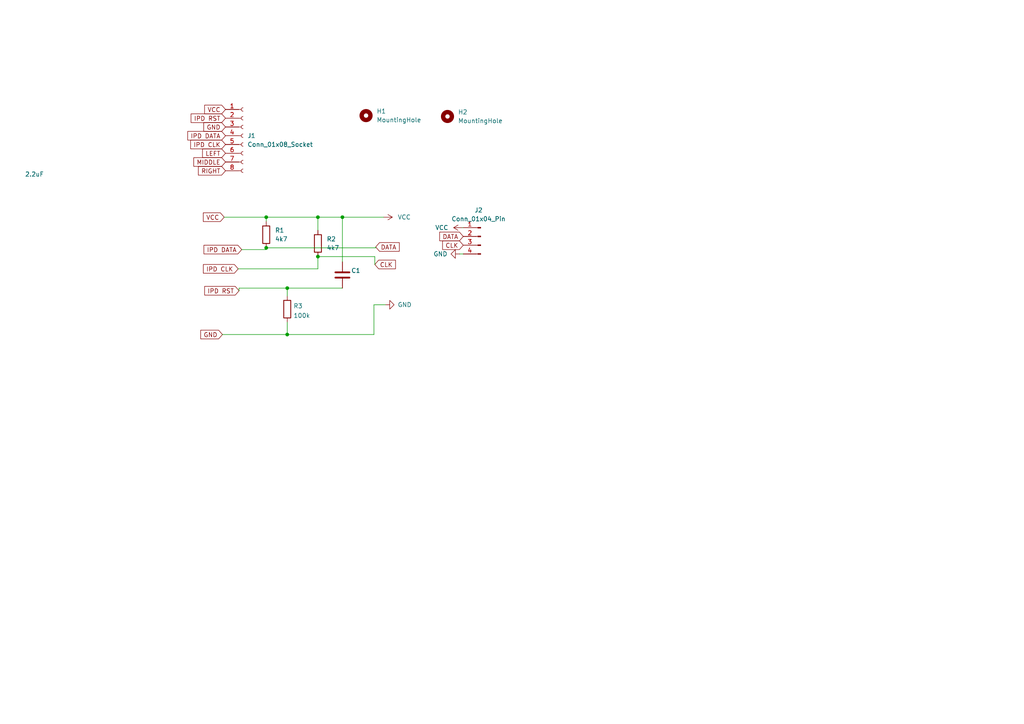
<source format=kicad_sch>
(kicad_sch (version 20230121) (generator eeschema)
  (paper "A4")
  (lib_symbols
    (symbol "Connector:Conn_01x04_Pin" (pin_names (offset 1.016) hide)
      (property "Reference" "J" (at 0 5.08 0))
      (property "Value" "Conn_01x04_Pin" (at 0 -7.62 0))
      (symbol "Conn_01x04_Pin_1_1"
        (polyline (pts (xy 1.27 -5.08) (xy 0.8636 -5.08)) (stroke (width 0.1524)))
        (polyline (pts (xy 1.27 -2.54) (xy 0.8636 -2.54)) (stroke (width 0.1524)))
        (polyline (pts (xy 1.27 0) (xy 0.8636 0)) (stroke (width 0.1524)))
        (polyline (pts (xy 1.27 2.54) (xy 0.8636 2.54)) (stroke (width 0.1524)))
        (rectangle (start 0.8636 -4.953) (end 0 -5.207) (stroke (width 0.1524)) (fill (type outline)))
        (rectangle (start 0.8636 -2.413) (end 0 -2.667) (stroke (width 0.1524)) (fill (type outline)))
        (rectangle (start 0.8636 0.127) (end 0 -0.127) (stroke (width 0.1524)) (fill (type outline)))
        (rectangle (start 0.8636 2.667) (end 0 2.413) (stroke (width 0.1524)) (fill (type outline)))
        (pin passive line (at 5.08 2.54 180) (length 3.81) (name "Pin_1") (number "1"))
        (pin passive line (at 5.08 0 180) (length 3.81) (name "Pin_2") (number "2"))
        (pin passive line (at 5.08 -2.54 180) (length 3.81) (name "Pin_3") (number "3"))
        (pin passive line (at 5.08 -5.08 180) (length 3.81) (name "Pin_4") (number "4"))
      )
    )
    (symbol "Connector:Conn_01x08_Socket" (pin_names (offset 1.016) hide)
      (property "Reference" "J" (at 0 10.16 0))
      (property "Value" "Conn_01x08_Socket" (at 0 -12.7 0))
      (symbol "Conn_01x08_Socket_1_1"
        (arc (start 0 -9.652) (mid -0.5058 -10.16) (end 0 -10.668) (stroke (width 0.1524)))
        (arc (start 0 -7.112) (mid -0.5058 -7.62) (end 0 -8.128) (stroke (width 0.1524)))
        (arc (start 0 -4.572) (mid -0.5058 -5.08) (end 0 -5.588) (stroke (width 0.1524)))
        (arc (start 0 -2.032) (mid -0.5058 -2.54) (end 0 -3.048) (stroke (width 0.1524)))
        (polyline (pts (xy -1.27 -10.16) (xy -0.508 -10.16)) (stroke (width 0.1524)))
        (polyline (pts (xy -1.27 -7.62) (xy -0.508 -7.62)) (stroke (width 0.1524)))
        (polyline (pts (xy -1.27 -5.08) (xy -0.508 -5.08)) (stroke (width 0.1524)))
        (polyline (pts (xy -1.27 -2.54) (xy -0.508 -2.54)) (stroke (width 0.1524)))
        (polyline (pts (xy -1.27 0) (xy -0.508 0)) (stroke (width 0.1524)))
        (polyline (pts (xy -1.27 2.54) (xy -0.508 2.54)) (stroke (width 0.1524)))
        (polyline (pts (xy -1.27 5.08) (xy -0.508 5.08)) (stroke (width 0.1524)))
        (polyline (pts (xy -1.27 7.62) (xy -0.508 7.62)) (stroke (width 0.1524)))
        (arc (start 0 0.508) (mid -0.5058 0) (end 0 -0.508) (stroke (width 0.1524)))
        (arc (start 0 3.048) (mid -0.5058 2.54) (end 0 2.032) (stroke (width 0.1524)))
        (arc (start 0 5.588) (mid -0.5058 5.08) (end 0 4.572) (stroke (width 0.1524)))
        (arc (start 0 8.128) (mid -0.5058 7.62) (end 0 7.112) (stroke (width 0.1524)))
        (pin passive line (at -5.08 7.62 0) (length 3.81) (name "Pin_1") (number "1"))
        (pin passive line (at -5.08 5.08 0) (length 3.81) (name "Pin_2") (number "2"))
        (pin passive line (at -5.08 2.54 0) (length 3.81) (name "Pin_3") (number "3"))
        (pin passive line (at -5.08 0 0) (length 3.81) (name "Pin_4") (number "4"))
        (pin passive line (at -5.08 -2.54 0) (length 3.81) (name "Pin_5") (number "5"))
        (pin passive line (at -5.08 -5.08 0) (length 3.81) (name "Pin_6") (number "6"))
        (pin passive line (at -5.08 -7.62 0) (length 3.81) (name "Pin_7") (number "7"))
        (pin passive line (at -5.08 -10.16 0) (length 3.81) (name "Pin_8") (number "8"))
      )
    )
    (symbol "Device:C" (pin_numbers hide) (pin_names (offset 0.254))
      (property "Reference" "C" (at 0.635 2.54 0))
      (property "Value" "C" (at 0.635 -2.54 0))
      (symbol "C_0_1"
        (polyline (pts (xy -2.032 -0.762) (xy 2.032 -0.762)) (stroke (width 0.508)))
        (polyline (pts (xy -2.032 0.762) (xy 2.032 0.762)) (stroke (width 0.508)))
      )
      (symbol "C_1_1"
        (pin passive line (at 0 3.81 270) (length 2.794) (name "~") (number "1"))
        (pin passive line (at 0 -3.81 90) (length 2.794) (name "~") (number "2"))
      )
    )
    (symbol "Device:R" (pin_numbers hide) (pin_names (offset 0))
      (property "Reference" "R" (at 2.032 0 90))
      (property "Value" "R" (at 0 0 90))
      (symbol "R_0_1"
        (rectangle (start -1.016 -2.54) (end 1.016 2.54) (stroke (width 0.254)))
      )
      (symbol "R_1_1"
        (pin passive line (at 0 3.81 270) (length 1.27) (name "~") (number "1"))
        (pin passive line (at 0 -3.81 90) (length 1.27) (name "~") (number "2"))
      )
    )
    (symbol "Mechanical:MountingHole" (pin_names (offset 1.016))
      (property "Reference" "H" (at 0 5.08 0))
      (property "Value" "MountingHole" (at 0 3.175 0))
      (symbol "MountingHole_0_1"
        (circle (center 0 0) (radius 1.27) (stroke (width 1.27)))
      )
    )
    (symbol "power:GND" (power) (pin_names (offset 0))
      (property "Value" "GND" (at 0 -3.81 0))
      (symbol "GND_0_1"
        (polyline (pts (xy 0 0) (xy 0 -1.27) (xy 1.27 -1.27) (xy 0 -2.54) (xy -1.27 -1.27) (xy 0 -1.27)))
      )
      (symbol "GND_1_1"
        (pin power_in line (at 0 0 270) (length 0) hide (name "GND") (number "1"))
      )
    )
    (symbol "power:VCC" (power) (pin_names (offset 0))
      (property "Value" "VCC" (at 0 3.81 0))
      (symbol "VCC_0_1"
        (polyline (pts (xy -0.762 1.27) (xy 0 2.54)))
        (polyline (pts (xy 0 0) (xy 0 2.54)))
        (polyline (pts (xy 0 2.54) (xy 0.762 1.27)))
      )
      (symbol "VCC_1_1"
        (pin power_in line (at 0 0 90) (length 0) hide (name "VCC") (number "1"))
      )
    )
  )
  (junction (at 83.312 83.566))
  (junction (at 83.312 97.028))
  (junction (at 92.202 62.992))
  (junction (at 99.314 62.992))
  (junction (at 77.216 71.882))
  (junction (at 77.216 62.992))
  (junction (at 92.202 74.422))
  (wire (pts (xy 99.314 62.992) (xy 111.252 62.992)))
  (wire (pts (xy 83.312 97.028) (xy 64.516 97.028)))
  (wire (pts (xy 99.314 75.946) (xy 99.314 62.992)))
  (wire (pts (xy 69.342 83.566) (xy 69.342 84.328)))
  (wire (pts (xy 99.314 83.566) (xy 83.312 83.566)))
  (wire (pts (xy 92.202 74.422) (xy 92.202 77.978)))
  (wire (pts (xy 92.202 74.422) (xy 108.712 74.422)))
  (wire (pts (xy 70.104 72.39) (xy 77.216 72.39)))
  (wire (pts (xy 92.202 62.992) (xy 92.202 66.802)))
  (wire (pts (xy 69.088 77.978) (xy 92.202 77.978)))
  (wire (pts (xy 77.216 71.882) (xy 108.966 71.882)))
  (wire (pts (xy 77.216 62.992) (xy 77.216 64.262)))
  (wire (pts (xy 108.712 74.422) (xy 108.712 76.708)))
  (wire (pts (xy 83.312 97.028) (xy 108.458 97.028)))
  (wire (pts (xy 83.312 83.566) (xy 69.342 83.566)))
  (wire (pts (xy 83.312 83.566) (xy 83.312 85.852)))
  (wire (pts (xy 83.312 93.472) (xy 83.312 97.028)))
  (wire (pts (xy 92.202 62.992) (xy 99.314 62.992)))
  (wire (pts (xy 134.112 66.04) (xy 134.366 66.04)))
  (wire (pts (xy 108.458 88.392) (xy 108.458 97.028)))
  (wire (pts (xy 133.35 73.66) (xy 134.366 73.66)))
  (wire (pts (xy 77.216 72.39) (xy 77.216 71.882)))
  (wire (pts (xy 108.966 71.882) (xy 108.966 71.628)))
  (wire (pts (xy 77.216 62.992) (xy 92.202 62.992)))
  (wire (pts (xy 111.76 88.392) (xy 108.458 88.392)))
  (wire (pts (xy 65.024 62.992) (xy 77.216 62.992)))
  (global_label "VCC" (shape input) (at 65.024 62.992 180) (property "Intersheetrefs" "${INTERSHEET_REFS}" (effects hide)))
  (global_label "IPD RST" (shape input) (at 65.405 34.29 180) (property "Intersheetrefs" "${INTERSHEET_REFS}" (effects hide)))
  (global_label "CLK" (shape input) (at 134.366 71.12 180) (property "Intersheetrefs" "${INTERSHEET_REFS}" (effects hide)))
  (global_label "MIDDLE" (shape input) (at 65.405 46.99 180) (property "Intersheetrefs" "${INTERSHEET_REFS}" (effects hide)))
  (global_label "IPD RST" (shape input) (at 69.342 84.328 180) (property "Intersheetrefs" "${INTERSHEET_REFS}" (effects hide)))
  (global_label "IPD CLK" (shape input) (at 65.405 41.91 180) (property "Intersheetrefs" "${INTERSHEET_REFS}" (effects hide)))
  (global_label "RIGHT" (shape input) (at 65.405 49.53 180) (property "Intersheetrefs" "${INTERSHEET_REFS}" (effects hide)))
  (global_label "IPD DATA" (shape input) (at 70.104 72.39 180) (property "Intersheetrefs" "${INTERSHEET_REFS}" (effects hide)))
  (global_label "GND" (shape input) (at 64.516 97.028 180) (property "Intersheetrefs" "${INTERSHEET_REFS}" (effects hide)))
  (global_label "DATA" (shape input) (at 134.366 68.58 180) (property "Intersheetrefs" "${INTERSHEET_REFS}" (effects hide)))
  (global_label "LEFT" (shape input) (at 65.405 44.45 180) (property "Intersheetrefs" "${INTERSHEET_REFS}" (effects hide)))
  (global_label "GND" (shape input) (at 65.405 36.83 180) (property "Intersheetrefs" "${INTERSHEET_REFS}" (effects hide)))
  (global_label "VCC" (shape input) (at 65.405 31.75 180) (property "Intersheetrefs" "${INTERSHEET_REFS}" (effects hide)))
  (global_label "DATA" (shape input) (at 108.966 71.628 0) (property "Intersheetrefs" "${INTERSHEET_REFS}" (effects hide)))
  (global_label "IPD CLK" (shape input) (at 69.088 77.978 180) (property "Intersheetrefs" "${INTERSHEET_REFS}" (effects hide)))
  (global_label "CLK" (shape input) (at 108.712 76.708 0) (property "Intersheetrefs" "${INTERSHEET_REFS}" (effects hide)))
  (global_label "IPD DATA" (shape input) (at 65.405 39.37 180) (property "Intersheetrefs" "${INTERSHEET_REFS}" (effects hide)))
  (symbol (lib_id "power:GND") (at 133.35 73.66 270) (mirror x) (unit 1)
    (property "Reference" "#PWR04" (effects hide))
    (property "Value" "GND" (at 129.794 73.66 90) (effects (justify right)))
  )
  (symbol (lib_id "Connector:Conn_01x08_Socket") (at 70.485 39.37 0) (unit 1)
    (property "Reference" "J1" (at 71.755 39.37 0) (effects (justify left)))
    (property "Value" "Conn_01x08_Socket" (at 71.755 41.91 0) (effects (justify left)))
    (property "Footprint" "Connector_FFC-FPC:Hirose_FH12-8S-0.5SH_1x08-1MP_P0.50mm_Horizontal" (effects hide))
  )
  (symbol (lib_id "Connector:Conn_01x04_Pin") (at 139.446 68.58 0) (mirror y) (unit 1)
    (property "Reference" "J2" (at 138.811 60.96 0))
    (property "Value" "Conn_01x04_Pin" (at 138.811 63.5 0))
    (property "Footprint" "Connector_PinHeader_2.54mm:PinHeader_1x04_P2.54mm_Vertical" (effects hide))
  )
  (symbol (lib_id "Device:R") (at 83.312 89.662 0) (unit 1)
    (property "Reference" "R3" (at 85.0901 88.7535 0) (effects (justify left)))
    (property "Value" "100k" (at 85.0901 91.5286 0) (effects (justify left)))
    (property "Footprint" "Resistor_SMD:R_0805_2012Metric_Pad1.20x1.40mm_HandSolder" (effects hide))
  )
  (symbol (lib_id "power:VCC") (at 134.112 66.04 90) (mirror x) (unit 1)
    (property "Reference" "#PWR03" (effects hide))
    (property "Value" "VCC" (at 130.048 66.04 90) (effects (justify left)))
  )
  (symbol (lib_id "Mechanical:MountingHole") (at 106.172 33.528 0) (unit 1)
    (property "Reference" "H1" (at 109.22 32.258 0) (effects (justify left)))
    (property "Value" "MountingHole" (at 109.22 34.798 0) (effects (justify left)))
    (property "Footprint" "MountingHole:MountingHole_2.2mm_M2" (effects hide))
  )
  (symbol (lib_id "power:VCC") (at 111.252 62.992 270) (unit 1)
    (property "Reference" "#PWR01" (effects hide))
    (property "Value" "VCC" (at 115.316 62.992 90) (effects (justify left)))
  )
  (symbol (lib_id "Device:C") (at 99.314 79.756 0) (unit 1)
    (property "Reference" "C1" (at 101.854 78.486 0) (effects (justify left)))
    (property "Value" "2.2uF" (at 7.239 50.546 0) (effects (justify left)))
    (property "Footprint" "Capacitor_SMD:C_0805_2012Metric_Pad1.18x1.45mm_HandSolder" (effects hide))
    (property "Datasheet" "https://smt.jlcpcb.com/smtPrivateLibrary?index=1" (effects hide))
    (property "LCSC" "C307418" (effects hide))
    (property "MPN " "CL05A225KA5NUNC" (effects hide))
    (property "Manufacturer" "Samsung Electro-Mechanics" (effects hide))
    (property "JLC Basic" "Y" (effects hide))
    (property "Description" "25V 2.2uF X5R ±10% 0402 Multilayer Ceramic Capacitors MLCC - SMD/SMT ROHS" (effects hide))
    (property "MPN" "CL05A225KA5NUNC" (effects hide))
    (property "Display value" "2.2uF" (effects hide))
  )
  (symbol (lib_id "Mechanical:MountingHole") (at 129.794 33.782 0) (unit 1)
    (property "Reference" "H2" (at 132.842 32.512 0) (effects (justify left)))
    (property "Value" "MountingHole" (at 132.842 35.052 0) (effects (justify left)))
    (property "Footprint" "MountingHole:MountingHole_2.2mm_M2" (effects hide))
  )
  (symbol (lib_id "Device:R") (at 77.216 68.072 0) (unit 1)
    (property "Reference" "R1" (at 79.756 66.802 0) (effects (justify left)))
    (property "Value" "4k7" (at 79.756 69.342 0) (effects (justify left)))
    (property "Footprint" "Resistor_SMD:R_0805_2012Metric_Pad1.20x1.40mm_HandSolder" (effects hide))
  )
  (symbol (lib_id "Device:R") (at 92.202 70.612 0) (unit 1)
    (property "Reference" "R2" (at 94.742 69.342 0) (effects (justify left)))
    (property "Value" "4k7" (at 94.742 71.882 0) (effects (justify left)))
    (property "Footprint" "Resistor_SMD:R_0805_2012Metric_Pad1.20x1.40mm_HandSolder" (effects hide))
  )
  (symbol (lib_id "power:GND") (at 111.76 88.392 90) (unit 1)
    (property "Reference" "#PWR02" (effects hide))
    (property "Value" "GND" (at 115.316 88.392 90) (effects (justify right)))
  )
)
</source>
